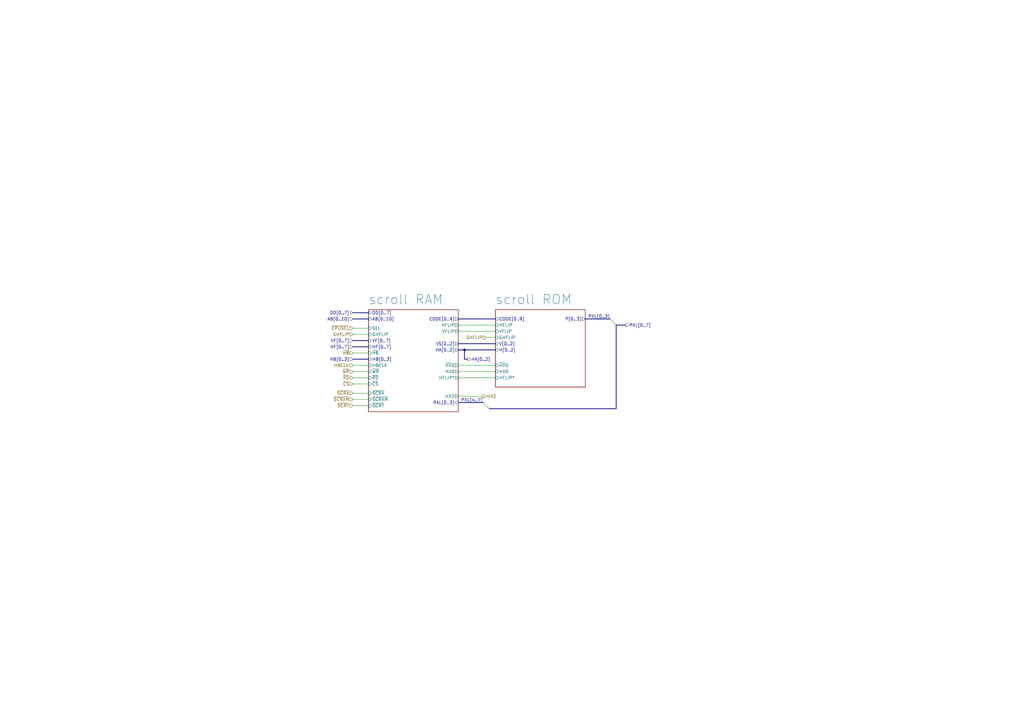
<source format=kicad_sch>
(kicad_sch
	(version 20231120)
	(generator "eeschema")
	(generator_version "8.0")
	(uuid "de98edec-cd48-49e5-831d-c3dd135feac0")
	(paper "A3")
	(title_block
		(title "Scroll Subsystem")
		(date "2024-10-12")
		(company "JOTEGO")
		(comment 1 "Jose Tejada")
	)
	(lib_symbols)
	(junction
		(at 190.5 143.51)
		(diameter 0)
		(color 0 0 0 0)
		(uuid "1594f500-2c77-48a9-b0f1-2aa8ed8ae8a0")
	)
	(bus_entry
		(at 198.12 165.1)
		(size 2.54 2.54)
		(stroke
			(width 0)
			(type default)
		)
		(uuid "63a94866-188d-41ff-afba-165f4d47d217")
	)
	(bus_entry
		(at 250.19 130.81)
		(size 2.54 2.54)
		(stroke
			(width 0)
			(type default)
		)
		(uuid "f8244083-dbb6-4998-8399-8973ed22139a")
	)
	(bus
		(pts
			(xy 240.03 130.81) (xy 250.19 130.81)
		)
		(stroke
			(width 0)
			(type default)
		)
		(uuid "075af5dc-5c2f-4711-bafc-5b2d4ec8ae8b")
	)
	(bus
		(pts
			(xy 190.5 147.32) (xy 190.5 143.51)
		)
		(stroke
			(width 0)
			(type default)
		)
		(uuid "089b8d34-31ff-480a-9382-aa3b3900c361")
	)
	(bus
		(pts
			(xy 144.78 128.27) (xy 151.13 128.27)
		)
		(stroke
			(width 0)
			(type default)
		)
		(uuid "09804e28-5d2e-4ce0-9822-586d9418b83d")
	)
	(wire
		(pts
			(xy 187.96 152.4) (xy 203.2 152.4)
		)
		(stroke
			(width 0)
			(type default)
		)
		(uuid "098a11b6-64b0-4dfa-a60f-af560c62792c")
	)
	(bus
		(pts
			(xy 187.96 143.51) (xy 190.5 143.51)
		)
		(stroke
			(width 0)
			(type default)
		)
		(uuid "0b546396-cf29-4df7-a93b-af8a77de6d12")
	)
	(wire
		(pts
			(xy 187.96 154.94) (xy 203.2 154.94)
		)
		(stroke
			(width 0)
			(type default)
		)
		(uuid "1656c751-c613-4725-8606-1054e3c71d0a")
	)
	(wire
		(pts
			(xy 187.96 133.35) (xy 203.2 133.35)
		)
		(stroke
			(width 0)
			(type default)
		)
		(uuid "18aeb651-fcfb-4cb1-96c1-a15da110ee21")
	)
	(bus
		(pts
			(xy 144.78 139.7) (xy 151.13 139.7)
		)
		(stroke
			(width 0)
			(type default)
		)
		(uuid "1d136521-c065-49a6-b304-f7d9d3844b8e")
	)
	(wire
		(pts
			(xy 144.78 161.29) (xy 151.13 161.29)
		)
		(stroke
			(width 0)
			(type default)
		)
		(uuid "251d6641-7670-4f59-bf6c-d077e68a9788")
	)
	(wire
		(pts
			(xy 144.78 163.83) (xy 151.13 163.83)
		)
		(stroke
			(width 0)
			(type default)
		)
		(uuid "2f9d77a3-6481-41b3-b36e-0533ff7614d5")
	)
	(bus
		(pts
			(xy 144.78 142.24) (xy 151.13 142.24)
		)
		(stroke
			(width 0)
			(type default)
		)
		(uuid "39bf35d8-69bd-41c4-baa0-84cd99a05f57")
	)
	(wire
		(pts
			(xy 199.39 138.43) (xy 203.2 138.43)
		)
		(stroke
			(width 0)
			(type default)
		)
		(uuid "4601e1ad-6de9-44e0-a86c-9c27b38f6e55")
	)
	(wire
		(pts
			(xy 144.78 144.78) (xy 151.13 144.78)
		)
		(stroke
			(width 0)
			(type default)
		)
		(uuid "687264b7-9aeb-4098-83ca-a9dc61b748b0")
	)
	(bus
		(pts
			(xy 187.96 165.1) (xy 198.12 165.1)
		)
		(stroke
			(width 0)
			(type default)
		)
		(uuid "75566d15-e6ce-4615-bd8f-e513f573553d")
	)
	(wire
		(pts
			(xy 144.78 149.86) (xy 151.13 149.86)
		)
		(stroke
			(width 0)
			(type default)
		)
		(uuid "7896dcb6-ce83-465c-a205-c83edb551893")
	)
	(wire
		(pts
			(xy 144.78 154.94) (xy 151.13 154.94)
		)
		(stroke
			(width 0)
			(type default)
		)
		(uuid "821bbd5a-b73b-41e4-9cfd-98ae028b99ec")
	)
	(bus
		(pts
			(xy 252.73 167.64) (xy 252.73 133.35)
		)
		(stroke
			(width 0)
			(type default)
		)
		(uuid "8284de7d-0222-4123-97c6-8d95d3d8a43e")
	)
	(wire
		(pts
			(xy 187.96 135.89) (xy 203.2 135.89)
		)
		(stroke
			(width 0)
			(type default)
		)
		(uuid "8d62b0e6-9c5c-49b4-b934-490c69f4d37a")
	)
	(wire
		(pts
			(xy 144.78 166.37) (xy 151.13 166.37)
		)
		(stroke
			(width 0)
			(type default)
		)
		(uuid "91ffb955-7e10-45f3-a1bf-84462f5fdb47")
	)
	(wire
		(pts
			(xy 144.78 152.4) (xy 151.13 152.4)
		)
		(stroke
			(width 0)
			(type default)
		)
		(uuid "acdda932-f416-4dd4-8482-f531bc6d8a9d")
	)
	(bus
		(pts
			(xy 187.96 140.97) (xy 203.2 140.97)
		)
		(stroke
			(width 0)
			(type default)
		)
		(uuid "b258e649-02fc-4a92-b243-9a1b8ad26ac5")
	)
	(wire
		(pts
			(xy 144.78 134.62) (xy 151.13 134.62)
		)
		(stroke
			(width 0)
			(type default)
		)
		(uuid "b2e8066f-0eb5-4148-bbc7-a3be709d49a2")
	)
	(wire
		(pts
			(xy 144.78 157.48) (xy 151.13 157.48)
		)
		(stroke
			(width 0)
			(type default)
		)
		(uuid "c3853600-3a11-4dbc-8179-080baacdda39")
	)
	(bus
		(pts
			(xy 144.78 147.32) (xy 151.13 147.32)
		)
		(stroke
			(width 0)
			(type default)
		)
		(uuid "c46d9f1c-2e08-4303-abb9-fce3d2a4b71b")
	)
	(bus
		(pts
			(xy 252.73 133.35) (xy 256.54 133.35)
		)
		(stroke
			(width 0)
			(type default)
		)
		(uuid "d0085cb2-cc0f-4e6c-89ba-1b1115bfc644")
	)
	(wire
		(pts
			(xy 144.78 137.16) (xy 151.13 137.16)
		)
		(stroke
			(width 0)
			(type default)
		)
		(uuid "dac881d2-8ec7-475d-8f4f-0a3688df55b7")
	)
	(bus
		(pts
			(xy 191.77 147.32) (xy 190.5 147.32)
		)
		(stroke
			(width 0)
			(type default)
		)
		(uuid "db477825-195d-4573-a39d-a4302e681572")
	)
	(bus
		(pts
			(xy 187.96 130.81) (xy 203.2 130.81)
		)
		(stroke
			(width 0)
			(type default)
		)
		(uuid "e1179bd3-3980-40dd-a4ed-a63e2688b556")
	)
	(bus
		(pts
			(xy 200.66 167.64) (xy 252.73 167.64)
		)
		(stroke
			(width 0)
			(type default)
		)
		(uuid "e3d12306-7071-4cb7-b911-752bc45893e6")
	)
	(bus
		(pts
			(xy 144.78 130.81) (xy 151.13 130.81)
		)
		(stroke
			(width 0)
			(type default)
		)
		(uuid "e6927b2e-15da-4c9b-8460-bde3f05d5c30")
	)
	(wire
		(pts
			(xy 187.96 162.56) (xy 198.12 162.56)
		)
		(stroke
			(width 0)
			(type default)
		)
		(uuid "e6f26fb5-7d8a-40d2-a0ed-9f26940ef191")
	)
	(wire
		(pts
			(xy 187.96 149.86) (xy 203.2 149.86)
		)
		(stroke
			(width 0)
			(type default)
		)
		(uuid "eaa3f91b-6746-480f-83ac-ccd57cb05f1e")
	)
	(bus
		(pts
			(xy 190.5 143.51) (xy 203.2 143.51)
		)
		(stroke
			(width 0)
			(type default)
		)
		(uuid "ebae1ff3-e003-4f81-a8d3-808c0703596a")
	)
	(label "PXL[0..3]"
		(at 250.19 130.81 180)
		(fields_autoplaced yes)
		(effects
			(font
				(size 1.27 1.27)
			)
			(justify right bottom)
		)
		(uuid "8126db47-d926-458a-a69f-2064e7352310")
	)
	(label "PXL[4..7]"
		(at 198.12 165.1 180)
		(fields_autoplaced yes)
		(effects
			(font
				(size 1.27 1.27)
			)
			(justify right bottom)
		)
		(uuid "c68dfe5d-0e41-411e-865c-bfffe7bce152")
	)
	(hierarchical_label "HB[0..3]"
		(shape input)
		(at 144.78 147.32 180)
		(fields_autoplaced yes)
		(effects
			(font
				(size 1.27 1.27)
			)
			(justify right)
		)
		(uuid "0d46c1c0-41a5-4f92-80b8-6b89be0652cc")
	)
	(hierarchical_label "~{H8}"
		(shape input)
		(at 144.78 144.78 180)
		(fields_autoplaced yes)
		(effects
			(font
				(size 1.27 1.27)
			)
			(justify right)
		)
		(uuid "141954be-8d49-41b7-81b0-b5c9ed0b9417")
	)
	(hierarchical_label "HF[0..7]"
		(shape input)
		(at 144.78 142.24 180)
		(fields_autoplaced yes)
		(effects
			(font
				(size 1.27 1.27)
			)
			(justify right)
		)
		(uuid "1ac2eb3b-de56-42e2-96df-7170645cdee1")
	)
	(hierarchical_label "VF[0..7]"
		(shape input)
		(at 144.78 139.7 180)
		(fields_autoplaced yes)
		(effects
			(font
				(size 1.27 1.27)
			)
			(justify right)
		)
		(uuid "1ac7e5cc-fd73-4d12-8fa6-2e92ff911239")
	)
	(hierarchical_label "~{WR}"
		(shape input)
		(at 144.78 152.4 180)
		(fields_autoplaced yes)
		(effects
			(font
				(size 1.27 1.27)
			)
			(justify right)
		)
		(uuid "2807ef0d-8919-4f45-828d-09841dd87660")
	)
	(hierarchical_label "~{SCRY}"
		(shape input)
		(at 144.78 166.37 180)
		(fields_autoplaced yes)
		(effects
			(font
				(size 1.27 1.27)
			)
			(justify right)
		)
		(uuid "3a7eb8cc-0a90-4576-8952-0b7cb39e26cb")
	)
	(hierarchical_label "GHFLIP"
		(shape input)
		(at 199.39 138.43 180)
		(fields_autoplaced yes)
		(effects
			(font
				(size 1.27 1.27)
			)
			(justify right)
		)
		(uuid "3c79d5bc-a5d9-4562-98c4-ef308083fcc0")
	)
	(hierarchical_label "~{RD}"
		(shape input)
		(at 144.78 154.94 180)
		(fields_autoplaced yes)
		(effects
			(font
				(size 1.27 1.27)
			)
			(justify right)
		)
		(uuid "3d5e944b-55af-4f82-b828-fa433d8d1b40")
	)
	(hierarchical_label "DD[0..7]"
		(shape bidirectional)
		(at 144.78 128.27 180)
		(fields_autoplaced yes)
		(effects
			(font
				(size 1.27 1.27)
			)
			(justify right)
		)
		(uuid "3eeb6cfa-6085-4982-adad-7f376e08e0fb")
	)
	(hierarchical_label "HBCLK"
		(shape input)
		(at 144.78 149.86 180)
		(fields_autoplaced yes)
		(effects
			(font
				(size 1.27 1.27)
			)
			(justify right)
		)
		(uuid "4687cd85-4cb2-4efa-865d-c3a1d528e703")
	)
	(hierarchical_label "~{SCRXM}"
		(shape input)
		(at 144.78 163.83 180)
		(fields_autoplaced yes)
		(effects
			(font
				(size 1.27 1.27)
			)
			(justify right)
		)
		(uuid "550e5c90-eafa-46f1-b76d-5fdd908c819e")
	)
	(hierarchical_label "PXL[0..7]"
		(shape output)
		(at 256.54 133.35 0)
		(fields_autoplaced yes)
		(effects
			(font
				(size 1.27 1.27)
			)
			(justify left)
		)
		(uuid "5b479e77-3b08-445d-8d3c-474ce034b686")
	)
	(hierarchical_label "HX2"
		(shape output)
		(at 198.12 162.56 0)
		(fields_autoplaced yes)
		(effects
			(font
				(size 1.27 1.27)
			)
			(justify left)
		)
		(uuid "5c974c31-df46-43a9-a154-1821bee4ae46")
	)
	(hierarchical_label "~{SCRX}"
		(shape input)
		(at 144.78 161.29 180)
		(fields_autoplaced yes)
		(effects
			(font
				(size 1.27 1.27)
			)
			(justify right)
		)
		(uuid "70ca5dee-2772-4199-828d-417fce835a96")
	)
	(hierarchical_label "~{CPUSEL}"
		(shape input)
		(at 144.78 134.62 180)
		(fields_autoplaced yes)
		(effects
			(font
				(size 1.27 1.27)
			)
			(justify right)
		)
		(uuid "751ced4e-6158-45e3-8011-9d0f9a45fd56")
	)
	(hierarchical_label "GHFLIP"
		(shape input)
		(at 144.78 137.16 180)
		(fields_autoplaced yes)
		(effects
			(font
				(size 1.27 1.27)
			)
			(justify right)
		)
		(uuid "b52ca207-a5ce-4f44-bff5-ee1ca448b685")
	)
	(hierarchical_label "AB[0..10]"
		(shape input)
		(at 144.78 130.81 180)
		(fields_autoplaced yes)
		(effects
			(font
				(size 1.27 1.27)
			)
			(justify right)
		)
		(uuid "d330a24a-48eb-4d4a-add7-be23305f7105")
	)
	(hierarchical_label "HA[0..2]"
		(shape output)
		(at 191.77 147.32 0)
		(fields_autoplaced yes)
		(effects
			(font
				(size 1.27 1.27)
			)
			(justify left)
		)
		(uuid "f5618806-bbbb-47f0-9838-950ee2ec8813")
	)
	(hierarchical_label "~{CS}"
		(shape input)
		(at 144.78 157.48 180)
		(fields_autoplaced yes)
		(effects
			(font
				(size 1.27 1.27)
			)
			(justify right)
		)
		(uuid "fa1636a6-19d8-4563-b774-0c280a640809")
	)
	(sheet
		(at 203.2 127)
		(size 36.83 31.75)
		(fields_autoplaced yes)
		(stroke
			(width 0.1524)
			(type solid)
		)
		(fill
			(color 0 0 0 0.0000)
		)
		(uuid "dae497ed-9ff7-4b2f-a5b5-a16fd04d64b3")
		(property "Sheetname" "scroll ROM"
			(at 203.2 125.0184 0)
			(effects
				(font
					(size 3.81 3.81)
				)
				(justify left bottom)
			)
		)
		(property "Sheetfile" "scrrom.kicad_sch"
			(at 203.2 159.3346 0)
			(effects
				(font
					(size 1.27 1.27)
				)
				(justify left top)
				(hide yes)
			)
		)
		(pin "P[0..3]" output
			(at 240.03 130.81 0)
			(effects
				(font
					(size 1.27 1.27)
				)
				(justify right)
			)
			(uuid "be861c43-576b-4f4e-8269-de08fc9b5c27")
		)
		(pin "CODE[0..9]" input
			(at 203.2 130.81 180)
			(effects
				(font
					(size 1.27 1.27)
				)
				(justify left)
			)
			(uuid "6e3dae94-7175-464c-aeb6-1dfedb8287bd")
		)
		(pin "VFLIP" input
			(at 203.2 135.89 180)
			(effects
				(font
					(size 1.27 1.27)
				)
				(justify left)
			)
			(uuid "f2ee92b4-ae8f-4ddf-9229-45aa994b1b4f")
		)
		(pin "HFLIP" input
			(at 203.2 133.35 180)
			(effects
				(font
					(size 1.27 1.27)
				)
				(justify left)
			)
			(uuid "f682f9dc-7a8d-4fa0-a3f8-b735ca9de427")
		)
		(pin "H[0..2]" input
			(at 203.2 143.51 180)
			(effects
				(font
					(size 1.27 1.27)
				)
				(justify left)
			)
			(uuid "9a31ff8c-9238-49b7-997e-2a4184207e9d")
		)
		(pin "V[0..2]" input
			(at 203.2 140.97 180)
			(effects
				(font
					(size 1.27 1.27)
				)
				(justify left)
			)
			(uuid "3b9d52a7-4fc4-4859-b4b1-b29be73f3ebb")
		)
		(pin "GHFLIP" input
			(at 203.2 138.43 180)
			(effects
				(font
					(size 1.27 1.27)
				)
				(justify left)
			)
			(uuid "e48dbdaa-bd24-417c-b811-c8c8a58c89bd")
		)
		(pin "~{HX}0" input
			(at 203.2 149.86 180)
			(effects
				(font
					(size 1.27 1.27)
				)
				(justify left)
			)
			(uuid "7b7385c4-0f15-483e-b06a-44c2019450f0")
		)
		(pin "HX0" input
			(at 203.2 152.4 180)
			(effects
				(font
					(size 1.27 1.27)
				)
				(justify left)
			)
			(uuid "1c84716b-d4a1-4404-bfb0-150f08e0cbde")
		)
		(pin "HFLIP*" input
			(at 203.2 154.94 180)
			(effects
				(font
					(size 1.27 1.27)
				)
				(justify left)
			)
			(uuid "c202396e-4e11-46ea-975c-deee4f26867d")
		)
		(instances
			(project "tehkanwch"
				(path "/f324726e-ed6b-4b88-9562-4b07e126a276/56aec395-157a-4316-b36d-6d5b98537911/b1625f56-04c9-4f84-a803-cbecca9cced2"
					(page "22")
				)
			)
		)
	)
	(sheet
		(at 151.13 127)
		(size 36.83 41.91)
		(fields_autoplaced yes)
		(stroke
			(width 0.1524)
			(type solid)
		)
		(fill
			(color 0 0 0 0.0000)
		)
		(uuid "f4c6d134-42e6-49c5-8216-1bdd34eab0d6")
		(property "Sheetname" "scroll RAM"
			(at 151.13 125.0184 0)
			(effects
				(font
					(size 3.81 3.81)
				)
				(justify left bottom)
			)
		)
		(property "Sheetfile" "scrram.kicad_sch"
			(at 151.13 169.4946 0)
			(effects
				(font
					(size 1.27 1.27)
				)
				(justify left top)
				(hide yes)
			)
		)
		(pin "PAL[0..3]" input
			(at 187.96 165.1 0)
			(effects
				(font
					(size 1.27 1.27)
				)
				(justify right)
			)
			(uuid "14992428-5c59-428a-b1af-387ac2883bdd")
		)
		(pin "CODE[0..9]" output
			(at 187.96 130.81 0)
			(effects
				(font
					(size 1.27 1.27)
				)
				(justify right)
			)
			(uuid "6ebf9101-028a-420b-8f0c-38ae2eb4020f")
		)
		(pin "VFLIP" output
			(at 187.96 135.89 0)
			(effects
				(font
					(size 1.27 1.27)
				)
				(justify right)
			)
			(uuid "77847ec2-4dc9-481e-b635-b9ec2ddcc197")
		)
		(pin "HFLIP" output
			(at 187.96 133.35 0)
			(effects
				(font
					(size 1.27 1.27)
				)
				(justify right)
			)
			(uuid "82d43161-6bb7-4d0c-9c14-2334d3813552")
		)
		(pin "AB[0..10]" input
			(at 151.13 130.81 180)
			(effects
				(font
					(size 1.27 1.27)
				)
				(justify left)
			)
			(uuid "97006469-12b5-404f-855d-4aca687e6c71")
		)
		(pin "~{SCRY}" input
			(at 151.13 166.37 180)
			(effects
				(font
					(size 1.27 1.27)
				)
				(justify left)
			)
			(uuid "d287e688-52d0-492c-9f09-7a035c6d723c")
		)
		(pin "SEL" input
			(at 151.13 134.62 180)
			(effects
				(font
					(size 1.27 1.27)
				)
				(justify left)
			)
			(uuid "331f708d-265f-4935-9312-64c09134f8d7")
		)
		(pin "~{H8}" input
			(at 151.13 144.78 180)
			(effects
				(font
					(size 1.27 1.27)
				)
				(justify left)
			)
			(uuid "aa6d9cac-8079-4525-ae47-3d4fbc9a8310")
		)
		(pin "~{SCRX}" input
			(at 151.13 161.29 180)
			(effects
				(font
					(size 1.27 1.27)
				)
				(justify left)
			)
			(uuid "c070ad48-8afd-4a3f-a86d-b935e83ee312")
		)
		(pin "HF[0..7]" input
			(at 151.13 142.24 180)
			(effects
				(font
					(size 1.27 1.27)
				)
				(justify left)
			)
			(uuid "7bb6e67a-1c08-4105-b630-2b7cf63cadee")
		)
		(pin "DD[0..7]" bidirectional
			(at 151.13 128.27 180)
			(effects
				(font
					(size 1.27 1.27)
				)
				(justify left)
			)
			(uuid "90c025c0-e7a9-433e-bedd-4e848c0ec595")
		)
		(pin "~{WR}" input
			(at 151.13 152.4 180)
			(effects
				(font
					(size 1.27 1.27)
				)
				(justify left)
			)
			(uuid "a905ce83-4f51-405c-aeb4-ef1ddcef65ca")
		)
		(pin "~{RD}" input
			(at 151.13 154.94 180)
			(effects
				(font
					(size 1.27 1.27)
				)
				(justify left)
			)
			(uuid "276f230b-7f9e-4b3b-870c-6f98d5823dce")
		)
		(pin "~{CS}" input
			(at 151.13 157.48 180)
			(effects
				(font
					(size 1.27 1.27)
				)
				(justify left)
			)
			(uuid "244c669f-6e24-4ee1-bd56-67bdad858fed")
		)
		(pin "~{SCRXM}" input
			(at 151.13 163.83 180)
			(effects
				(font
					(size 1.27 1.27)
				)
				(justify left)
			)
			(uuid "93572723-9610-4c6c-ba5e-19fe7c3e6169")
		)
		(pin "VF[0..7]" input
			(at 151.13 139.7 180)
			(effects
				(font
					(size 1.27 1.27)
				)
				(justify left)
			)
			(uuid "b07c0d05-c183-47f4-8f0c-6c9c41a06ff8")
		)
		(pin "GHFLIP" input
			(at 151.13 137.16 180)
			(effects
				(font
					(size 1.27 1.27)
				)
				(justify left)
			)
			(uuid "ccf94c8c-bf31-4ede-86fd-25954cd87b25")
		)
		(pin "HA[0..2]" output
			(at 187.96 143.51 0)
			(effects
				(font
					(size 1.27 1.27)
				)
				(justify right)
			)
			(uuid "8a50e5d9-fc7b-49f1-89ce-19355a5195c9")
		)
		(pin "HBCLK" input
			(at 151.13 149.86 180)
			(effects
				(font
					(size 1.27 1.27)
				)
				(justify left)
			)
			(uuid "03536e71-459a-40cf-abea-9ded5ea3e36a")
		)
		(pin "~{HX}0" output
			(at 187.96 149.86 0)
			(effects
				(font
					(size 1.27 1.27)
				)
				(justify right)
			)
			(uuid "d0bcaadf-cf80-4072-accc-a705bfe7b6e9")
		)
		(pin "HX0" output
			(at 187.96 152.4 0)
			(effects
				(font
					(size 1.27 1.27)
				)
				(justify right)
			)
			(uuid "adec1951-fee9-4726-b9c9-8b67c3c083d1")
		)
		(pin "HFLIP*" output
			(at 187.96 154.94 0)
			(effects
				(font
					(size 1.27 1.27)
				)
				(justify right)
			)
			(uuid "1a92e8c0-c618-467d-8ca8-74e5455e2633")
		)
		(pin "VS[0..2]" output
			(at 187.96 140.97 0)
			(effects
				(font
					(size 1.27 1.27)
				)
				(justify right)
			)
			(uuid "3c4b52d6-ba4b-4b81-a904-2978a52fa4ba")
		)
		(pin "HB[0..3]" input
			(at 151.13 147.32 180)
			(effects
				(font
					(size 1.27 1.27)
				)
				(justify left)
			)
			(uuid "4b1aaece-4f65-4939-9208-948a10e8e254")
		)
		(pin "HX2" output
			(at 187.96 162.56 0)
			(effects
				(font
					(size 1.27 1.27)
				)
				(justify right)
			)
			(uuid "d8bc4d3c-3e79-4460-a826-34ca067d6a57")
		)
		(instances
			(project "tehkanwch"
				(path "/f324726e-ed6b-4b88-9562-4b07e126a276/56aec395-157a-4316-b36d-6d5b98537911/b1625f56-04c9-4f84-a803-cbecca9cced2"
					(page "23")
				)
			)
		)
	)
)

</source>
